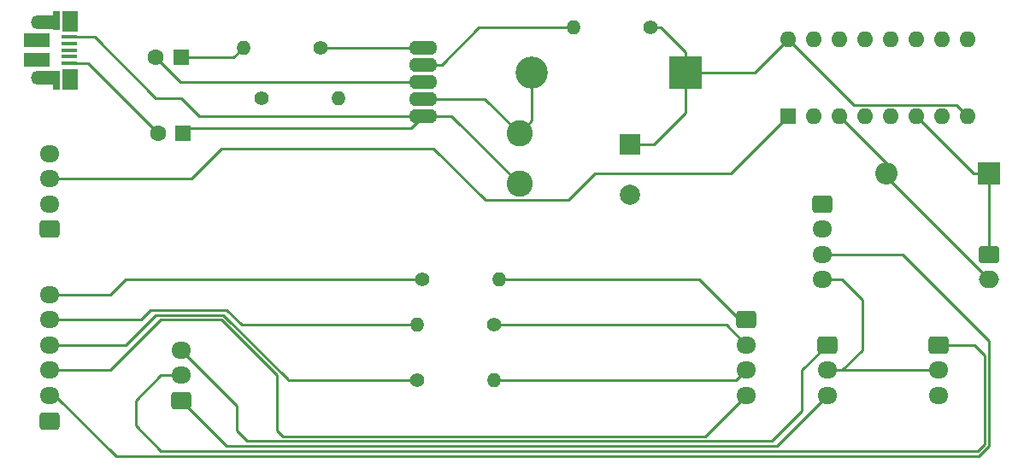
<source format=gbr>
%TF.GenerationSoftware,KiCad,Pcbnew,8.0.1*%
%TF.CreationDate,2024-03-22T20:00:45-04:00*%
%TF.ProjectId,PowerBoost_PCB,506f7765-7242-46f6-9f73-745f5043422e,rev?*%
%TF.SameCoordinates,Original*%
%TF.FileFunction,Copper,L1,Top*%
%TF.FilePolarity,Positive*%
%FSLAX46Y46*%
G04 Gerber Fmt 4.6, Leading zero omitted, Abs format (unit mm)*
G04 Created by KiCad (PCBNEW 8.0.1) date 2024-03-22 20:00:45*
%MOMM*%
%LPD*%
G01*
G04 APERTURE LIST*
G04 Aperture macros list*
%AMRoundRect*
0 Rectangle with rounded corners*
0 $1 Rounding radius*
0 $2 $3 $4 $5 $6 $7 $8 $9 X,Y pos of 4 corners*
0 Add a 4 corners polygon primitive as box body*
4,1,4,$2,$3,$4,$5,$6,$7,$8,$9,$2,$3,0*
0 Add four circle primitives for the rounded corners*
1,1,$1+$1,$2,$3*
1,1,$1+$1,$4,$5*
1,1,$1+$1,$6,$7*
1,1,$1+$1,$8,$9*
0 Add four rect primitives between the rounded corners*
20,1,$1+$1,$2,$3,$4,$5,0*
20,1,$1+$1,$4,$5,$6,$7,0*
20,1,$1+$1,$6,$7,$8,$9,0*
20,1,$1+$1,$8,$9,$2,$3,0*%
G04 Aperture macros list end*
%TA.AperFunction,ComponentPad*%
%ADD10RoundRect,0.250000X0.725000X-0.600000X0.725000X0.600000X-0.725000X0.600000X-0.725000X-0.600000X0*%
%TD*%
%TA.AperFunction,ComponentPad*%
%ADD11O,1.950000X1.700000*%
%TD*%
%TA.AperFunction,ComponentPad*%
%ADD12C,2.600000*%
%TD*%
%TA.AperFunction,ComponentPad*%
%ADD13R,1.600000X1.600000*%
%TD*%
%TA.AperFunction,ComponentPad*%
%ADD14C,1.600000*%
%TD*%
%TA.AperFunction,ComponentPad*%
%ADD15R,3.200000X3.200000*%
%TD*%
%TA.AperFunction,ComponentPad*%
%ADD16O,3.200000X3.200000*%
%TD*%
%TA.AperFunction,ComponentPad*%
%ADD17R,2.200000X2.200000*%
%TD*%
%TA.AperFunction,ComponentPad*%
%ADD18O,2.200000X2.200000*%
%TD*%
%TA.AperFunction,ComponentPad*%
%ADD19C,1.400000*%
%TD*%
%TA.AperFunction,ComponentPad*%
%ADD20O,1.400000X1.400000*%
%TD*%
%TA.AperFunction,SMDPad,CuDef*%
%ADD21R,0.700000X1.825000*%
%TD*%
%TA.AperFunction,SMDPad,CuDef*%
%ADD22R,1.500000X2.000000*%
%TD*%
%TA.AperFunction,SMDPad,CuDef*%
%ADD23R,2.000000X1.350000*%
%TD*%
%TA.AperFunction,ComponentPad*%
%ADD24O,1.700000X1.350000*%
%TD*%
%TA.AperFunction,ComponentPad*%
%ADD25O,1.500000X1.100000*%
%TD*%
%TA.AperFunction,SMDPad,CuDef*%
%ADD26R,2.500000X1.430000*%
%TD*%
%TA.AperFunction,SMDPad,CuDef*%
%ADD27R,1.650000X0.400000*%
%TD*%
%TA.AperFunction,ComponentPad*%
%ADD28RoundRect,0.250000X-0.725000X0.600000X-0.725000X-0.600000X0.725000X-0.600000X0.725000X0.600000X0*%
%TD*%
%TA.AperFunction,ComponentPad*%
%ADD29R,2.000000X2.000000*%
%TD*%
%TA.AperFunction,ComponentPad*%
%ADD30C,2.000000*%
%TD*%
%TA.AperFunction,ComponentPad*%
%ADD31O,2.800000X1.400000*%
%TD*%
%TA.AperFunction,ComponentPad*%
%ADD32O,1.600000X1.600000*%
%TD*%
%TA.AperFunction,ComponentPad*%
%ADD33RoundRect,0.250000X-0.750000X0.600000X-0.750000X-0.600000X0.750000X-0.600000X0.750000X0.600000X0*%
%TD*%
%TA.AperFunction,ComponentPad*%
%ADD34O,2.000000X1.700000*%
%TD*%
%TA.AperFunction,Conductor*%
%ADD35C,0.250000*%
%TD*%
G04 APERTURE END LIST*
D10*
%TO.P,GPIOSOLENOID1,1,Pin_1*%
%TO.N,Net-(GPIOSOLENOID1-Pin_1)*%
X28000000Y-44000000D03*
D11*
%TO.P,GPIOSOLENOID1,2,Pin_2*%
%TO.N,Net-(GPIOSOLENOID1-Pin_2)*%
X28000000Y-41500000D03*
%TO.P,GPIOSOLENOID1,3,Pin_3*%
%TO.N,Net-(GPIOSOLENOID1-Pin_3)*%
X28000000Y-39000000D03*
%TO.P,GPIOSOLENOID1,4,Pin_4*%
%TO.N,GND*%
X28000000Y-36500000D03*
%TD*%
D12*
%TO.P,L1,1,1*%
%TO.N,+5V*%
X74500000Y-39500000D03*
%TO.P,L1,2,2*%
%TO.N,Net-(D1-A)*%
X74500000Y-34500000D03*
%TD*%
D10*
%TO.P,GPIOSERVO1,1,Pin_1*%
%TO.N,GND*%
X41000000Y-61000000D03*
D11*
%TO.P,GPIOSERVO1,2,Pin_2*%
%TO.N,Net-(GPIOSERVO1-Pin_2)*%
X41000000Y-58500000D03*
%TO.P,GPIOSERVO1,3,Pin_3*%
%TO.N,Net-(GPIOSERVO1-Pin_3)*%
X41000000Y-56000000D03*
%TD*%
D13*
%TO.P,C2,1*%
%TO.N,+5V*%
X41205113Y-34500000D03*
D14*
%TO.P,C2,2*%
%TO.N,GND*%
X38705113Y-34500000D03*
%TD*%
D15*
%TO.P,D1,1,K*%
%TO.N,+12V*%
X91000000Y-28500000D03*
D16*
%TO.P,D1,2,A*%
%TO.N,Net-(D1-A)*%
X75760000Y-28500000D03*
%TD*%
D17*
%TO.P,D2,1,K*%
%TO.N,Net-(D2-K)*%
X121000000Y-38500000D03*
D18*
%TO.P,D2,2,A*%
%TO.N,Net-(D2-A)*%
X110840000Y-38500000D03*
%TD*%
D19*
%TO.P,R6,1*%
%TO.N,Net-(GPIOINPUT1-Pin_4)*%
X64380000Y-59000000D03*
D20*
%TO.P,R6,2*%
%TO.N,Net-(RGBLED1-Pin_3)*%
X72000000Y-59000000D03*
%TD*%
D21*
%TO.P,J4,6,Shield*%
%TO.N,unconnected-(J4-Shield-Pad6)*%
X28680000Y-29270000D03*
D22*
X30000000Y-29170000D03*
D23*
X27930000Y-29020000D03*
D24*
X27000000Y-29000000D03*
D25*
X30000000Y-28690000D03*
D26*
X26730000Y-27230000D03*
X26730000Y-25310000D03*
D25*
X30000000Y-23850000D03*
D24*
X27000000Y-23540000D03*
D23*
X27930000Y-23540000D03*
D22*
X29980000Y-23420000D03*
D21*
X28680000Y-23320000D03*
D27*
%TO.P,J4,5,GND*%
%TO.N,GND*%
X29880000Y-27570000D03*
%TO.P,J4,4,ID*%
%TO.N,unconnected-(J4-ID-Pad4)*%
X29880000Y-26920000D03*
%TO.P,J4,3,D+*%
%TO.N,unconnected-(J4-D+-Pad3)*%
X29880000Y-26270000D03*
%TO.P,J4,2,D-*%
%TO.N,unconnected-(J4-D--Pad2)*%
X29880000Y-25620000D03*
%TO.P,J4,1,VBUS*%
%TO.N,+5V*%
X29880000Y-24970000D03*
%TD*%
D13*
%TO.P,C1,1*%
%TO.N,Net-(C1-Pad1)*%
X41000000Y-27000000D03*
D14*
%TO.P,C1,2*%
%TO.N,GND*%
X38500000Y-27000000D03*
%TD*%
D19*
%TO.P,R5,1*%
%TO.N,Net-(RGBLED1-Pin_2)*%
X72000000Y-53500000D03*
D20*
%TO.P,R5,2*%
%TO.N,Net-(GPIOINPUT1-Pin_5)*%
X64380000Y-53500000D03*
%TD*%
D28*
%TO.P,UltrasonicSensor1,1,Pin_1*%
%TO.N,GND*%
X104500000Y-41500000D03*
D11*
%TO.P,UltrasonicSensor1,2,Pin_2*%
%TO.N,Net-(GPIOINPUT1-Pin_1)*%
X104500000Y-44000000D03*
%TO.P,UltrasonicSensor1,3,Pin_3*%
%TO.N,Net-(GPIOINPUT1-Pin_2)*%
X104500000Y-46500000D03*
%TO.P,UltrasonicSensor1,4,Pin_4*%
%TO.N,+5V*%
X104500000Y-49000000D03*
%TD*%
D28*
%TO.P,Servo1,1,Pin_1*%
%TO.N,Net-(GPIOSERVO1-Pin_2)*%
X116000000Y-55500000D03*
D11*
%TO.P,Servo1,2,Pin_2*%
%TO.N,+5V*%
X116000000Y-58000000D03*
%TO.P,Servo1,3,Pin_3*%
%TO.N,GND*%
X116000000Y-60500000D03*
%TD*%
D19*
%TO.P,R3,1*%
%TO.N,Net-(U1-COMP)*%
X54810000Y-26000000D03*
D20*
%TO.P,R3,2*%
%TO.N,Net-(C1-Pad1)*%
X47190000Y-26000000D03*
%TD*%
D10*
%TO.P,GPIOINPUT1,1,Pin_1*%
%TO.N,Net-(GPIOINPUT1-Pin_1)*%
X28000000Y-63000000D03*
D11*
%TO.P,GPIOINPUT1,2,Pin_2*%
%TO.N,Net-(GPIOINPUT1-Pin_2)*%
X28000000Y-60500000D03*
%TO.P,GPIOINPUT1,3,Pin_3*%
%TO.N,Net-(GPIOINPUT1-Pin_3)*%
X28000000Y-58000000D03*
%TO.P,GPIOINPUT1,4,Pin_4*%
%TO.N,Net-(GPIOINPUT1-Pin_4)*%
X28000000Y-55500000D03*
%TO.P,GPIOINPUT1,5,Pin_5*%
%TO.N,Net-(GPIOINPUT1-Pin_5)*%
X28000000Y-53000000D03*
%TO.P,GPIOINPUT1,6,Pin_6*%
%TO.N,Net-(GPIOINPUT1-Pin_6)*%
X28000000Y-50500000D03*
%TD*%
D28*
%TO.P,Servo2,1,Pin_1*%
%TO.N,Net-(GPIOSERVO1-Pin_3)*%
X105000000Y-55500000D03*
D11*
%TO.P,Servo2,2,Pin_2*%
%TO.N,+5V*%
X105000000Y-58000000D03*
%TO.P,Servo2,3,Pin_3*%
%TO.N,GND*%
X105000000Y-60500000D03*
%TD*%
D29*
%TO.P,C3,1*%
%TO.N,+12V*%
X85500000Y-35632323D03*
D30*
%TO.P,C3,2*%
%TO.N,GND*%
X85500000Y-40632323D03*
%TD*%
D28*
%TO.P,RGBLED1,1,Pin_1*%
%TO.N,Net-(RGBLED1-Pin_1)*%
X97000000Y-53000000D03*
D11*
%TO.P,RGBLED1,2,Pin_2*%
%TO.N,Net-(RGBLED1-Pin_2)*%
X97000000Y-55500000D03*
%TO.P,RGBLED1,3,Pin_3*%
%TO.N,Net-(RGBLED1-Pin_3)*%
X97000000Y-58000000D03*
%TO.P,RGBLED1,4,Pin_4*%
%TO.N,Net-(GPIOINPUT1-Pin_3)*%
X97000000Y-60500000D03*
%TD*%
D31*
%TO.P,U1,1,COMP*%
%TO.N,Net-(U1-COMP)*%
X65000000Y-26000000D03*
%TO.P,U1,2,FEEDBACK*%
%TO.N,Net-(U1-FEEDBACK)*%
X65000000Y-27700000D03*
%TO.P,U1,3,GROUND*%
%TO.N,GND*%
X65000000Y-29400000D03*
%TO.P,U1,4,SWITCH*%
%TO.N,Net-(D1-A)*%
X65000000Y-31100000D03*
%TO.P,U1,5,VIN*%
%TO.N,+5V*%
X65000000Y-32800000D03*
%TD*%
D19*
%TO.P,R1,1*%
%TO.N,+12V*%
X87500000Y-24000000D03*
D20*
%TO.P,R1,2*%
%TO.N,Net-(U1-FEEDBACK)*%
X79880000Y-24000000D03*
%TD*%
D19*
%TO.P,R2,1*%
%TO.N,Net-(U1-FEEDBACK)*%
X49000000Y-31000000D03*
D20*
%TO.P,R2,2*%
%TO.N,GND*%
X56620000Y-31000000D03*
%TD*%
D13*
%TO.P,U2,1,EN1\u002C2*%
%TO.N,Net-(GPIOSOLENOID1-Pin_3)*%
X101125000Y-32800000D03*
D32*
%TO.P,U2,2,1A*%
%TO.N,Net-(GPIOSOLENOID1-Pin_1)*%
X103665000Y-32800000D03*
%TO.P,U2,3,1Y*%
%TO.N,Net-(D2-A)*%
X106205000Y-32800000D03*
%TO.P,U2,4,GND*%
%TO.N,GND*%
X108745000Y-32800000D03*
%TO.P,U2,5,GND*%
X111285000Y-32800000D03*
%TO.P,U2,6,2Y*%
%TO.N,Net-(D2-K)*%
X113825000Y-32800000D03*
%TO.P,U2,7,2A*%
%TO.N,Net-(GPIOSOLENOID1-Pin_2)*%
X116365000Y-32800000D03*
%TO.P,U2,8,VCC2*%
%TO.N,+12V*%
X118905000Y-32800000D03*
%TO.P,U2,9,EN3\u002C4*%
%TO.N,GND*%
X118905000Y-25180000D03*
%TO.P,U2,10,3A*%
X116365000Y-25180000D03*
%TO.P,U2,11,3Y*%
X113825000Y-25180000D03*
%TO.P,U2,12,GND*%
X111285000Y-25180000D03*
%TO.P,U2,13,GND*%
X108745000Y-25180000D03*
%TO.P,U2,14,4Y*%
X106205000Y-25180000D03*
%TO.P,U2,15,4A*%
X103665000Y-25180000D03*
%TO.P,U2,16,VCC1*%
%TO.N,+12V*%
X101125000Y-25180000D03*
%TD*%
D19*
%TO.P,R4,1*%
%TO.N,Net-(GPIOINPUT1-Pin_6)*%
X64880000Y-49000000D03*
D20*
%TO.P,R4,2*%
%TO.N,Net-(RGBLED1-Pin_1)*%
X72500000Y-49000000D03*
%TD*%
D33*
%TO.P,SOLENOID1,1,Pin_1*%
%TO.N,Net-(D2-K)*%
X121000000Y-46500000D03*
D34*
%TO.P,SOLENOID1,2,Pin_2*%
%TO.N,Net-(D2-A)*%
X121000000Y-49000000D03*
%TD*%
D35*
%TO.N,GND*%
X38705113Y-34500000D02*
X31775113Y-27570000D01*
X31775113Y-27570000D02*
X29880000Y-27570000D01*
%TO.N,+5V*%
X65000000Y-32800000D02*
X42800000Y-32800000D01*
X42800000Y-32800000D02*
X41000000Y-31000000D01*
X41000000Y-31000000D02*
X38500000Y-31000000D01*
X38500000Y-31000000D02*
X32470000Y-24970000D01*
X32470000Y-24970000D02*
X29880000Y-24970000D01*
X105000000Y-58000000D02*
X106500000Y-58000000D01*
X108500000Y-56000000D02*
X108500000Y-51000000D01*
X106500000Y-58000000D02*
X108500000Y-56000000D01*
X108500000Y-51000000D02*
X106500000Y-49000000D01*
X106500000Y-49000000D02*
X104500000Y-49000000D01*
X105000000Y-58000000D02*
X116000000Y-58000000D01*
%TO.N,+12V*%
X91000000Y-28500000D02*
X91000000Y-26500000D01*
X118905000Y-32800000D02*
X117780000Y-31675000D01*
X91000000Y-28500000D02*
X97805000Y-28500000D01*
X85500000Y-35632323D02*
X87867677Y-35632323D01*
X97805000Y-28500000D02*
X101125000Y-25180000D01*
X87867677Y-35632323D02*
X91000000Y-32500000D01*
X88500000Y-24000000D02*
X87500000Y-24000000D01*
X117780000Y-31675000D02*
X107620000Y-31675000D01*
X107620000Y-31675000D02*
X101125000Y-25180000D01*
X91000000Y-32500000D02*
X91000000Y-28500000D01*
X91000000Y-26500000D02*
X88500000Y-24000000D01*
%TO.N,Net-(D1-A)*%
X71100000Y-31100000D02*
X65000000Y-31100000D01*
X75760000Y-28500000D02*
X75760000Y-33240000D01*
X74500000Y-34500000D02*
X71100000Y-31100000D01*
X75760000Y-33240000D02*
X74500000Y-34500000D01*
%TO.N,Net-(C1-Pad1)*%
X41000000Y-27000000D02*
X46190000Y-27000000D01*
X46190000Y-27000000D02*
X47190000Y-26000000D01*
%TO.N,+5V*%
X63800000Y-34000000D02*
X65000000Y-32800000D01*
X67800000Y-32800000D02*
X74500000Y-39500000D01*
X65000000Y-32800000D02*
X67800000Y-32800000D01*
X41705113Y-34000000D02*
X63800000Y-34000000D01*
%TO.N,Net-(U1-FEEDBACK)*%
X66800000Y-27700000D02*
X65000000Y-27700000D01*
X70500000Y-24000000D02*
X79880000Y-24000000D01*
X70500000Y-24000000D02*
X66800000Y-27700000D01*
%TO.N,Net-(U1-COMP)*%
X54810000Y-26000000D02*
X65000000Y-26000000D01*
%TO.N,GND*%
X100000000Y-65500000D02*
X105000000Y-60500000D01*
X45500000Y-65500000D02*
X100000000Y-65500000D01*
X40900000Y-29400000D02*
X38500000Y-27000000D01*
X41000000Y-61000000D02*
X45500000Y-65500000D01*
X65000000Y-29400000D02*
X40900000Y-29400000D01*
%TO.N,Net-(D2-K)*%
X121000000Y-38500000D02*
X119525000Y-38500000D01*
X121000000Y-46500000D02*
X121000000Y-38500000D01*
X119525000Y-38500000D02*
X113825000Y-32800000D01*
%TO.N,Net-(D2-A)*%
X110840000Y-37435000D02*
X110840000Y-38500000D01*
X110840000Y-38500000D02*
X110840000Y-38840000D01*
X106205000Y-32800000D02*
X110840000Y-37435000D01*
X110840000Y-38840000D02*
X121000000Y-49000000D01*
%TO.N,Net-(GPIOSOLENOID1-Pin_3)*%
X45000000Y-36000000D02*
X66000000Y-36000000D01*
X95425000Y-38500000D02*
X101125000Y-32800000D01*
X82000000Y-38500000D02*
X95425000Y-38500000D01*
X71125000Y-41125000D02*
X79375000Y-41125000D01*
X28000000Y-39000000D02*
X42000000Y-39000000D01*
X66000000Y-36000000D02*
X71125000Y-41125000D01*
X79375000Y-41125000D02*
X82000000Y-38500000D01*
X42000000Y-39000000D02*
X45000000Y-36000000D01*
%TO.N,Net-(RGBLED1-Pin_2)*%
X72000000Y-53500000D02*
X95000000Y-53500000D01*
X95000000Y-53500000D02*
X97000000Y-55500000D01*
%TO.N,Net-(RGBLED1-Pin_1)*%
X92286701Y-49000000D02*
X96286701Y-53000000D01*
X72500000Y-49000000D02*
X92286701Y-49000000D01*
X96286701Y-53000000D02*
X97000000Y-53000000D01*
%TO.N,Net-(GPIOINPUT1-Pin_2)*%
X121050000Y-55050000D02*
X121050000Y-65500000D01*
X120000000Y-66550000D02*
X34550000Y-66550000D01*
X112500000Y-46500000D02*
X121050000Y-55050000D01*
X104500000Y-46500000D02*
X112500000Y-46500000D01*
X121050000Y-65500000D02*
X120000000Y-66550000D01*
X28500000Y-60500000D02*
X28000000Y-60500000D01*
X34550000Y-66550000D02*
X28500000Y-60500000D01*
%TO.N,Net-(GPIOINPUT1-Pin_3)*%
X45000000Y-53000000D02*
X50500000Y-58500000D01*
X34000000Y-58000000D02*
X39000000Y-53000000D01*
X50500000Y-64000000D02*
X51050000Y-64550000D01*
X50500000Y-58500000D02*
X50500000Y-64000000D01*
X92950000Y-64550000D02*
X97000000Y-60500000D01*
X28000000Y-58000000D02*
X34000000Y-58000000D01*
X51050000Y-64550000D02*
X92950000Y-64550000D01*
X39000000Y-53000000D02*
X45000000Y-53000000D01*
%TO.N,Net-(GPIOINPUT1-Pin_4)*%
X64380000Y-59000000D02*
X51636396Y-59000000D01*
X51636396Y-59000000D02*
X51568198Y-58931802D01*
X38500000Y-52500000D02*
X45136396Y-52500000D01*
X45136396Y-52500000D02*
X51568198Y-58931802D01*
X28000000Y-55500000D02*
X35500000Y-55500000D01*
X35500000Y-55500000D02*
X38500000Y-52500000D01*
%TO.N,Net-(GPIOINPUT1-Pin_5)*%
X47000000Y-53500000D02*
X64380000Y-53500000D01*
X38000000Y-52000000D02*
X45500000Y-52000000D01*
X28000000Y-53000000D02*
X37000000Y-53000000D01*
X37000000Y-53000000D02*
X38000000Y-52000000D01*
X45500000Y-52000000D02*
X47000000Y-53500000D01*
%TO.N,Net-(GPIOINPUT1-Pin_6)*%
X35500000Y-49000000D02*
X34000000Y-50500000D01*
X64880000Y-49000000D02*
X35500000Y-49000000D01*
X28000000Y-50500000D02*
X34000000Y-50500000D01*
%TO.N,Net-(GPIOSERVO1-Pin_2)*%
X120600000Y-56500000D02*
X120600000Y-65313604D01*
X36500000Y-61000000D02*
X39000000Y-58500000D01*
X119913604Y-66000000D02*
X39000000Y-66000000D01*
X39000000Y-58500000D02*
X41000000Y-58500000D01*
X119600000Y-55500000D02*
X120600000Y-56500000D01*
X39000000Y-66000000D02*
X36500000Y-63500000D01*
X36500000Y-63500000D02*
X36500000Y-61000000D01*
X116000000Y-55500000D02*
X119600000Y-55500000D01*
X120600000Y-65313604D02*
X119913604Y-66000000D01*
%TO.N,Net-(GPIOSERVO1-Pin_3)*%
X102500000Y-58000000D02*
X105000000Y-55500000D01*
X47500000Y-65000000D02*
X99500000Y-65000000D01*
X46500000Y-64000000D02*
X47500000Y-65000000D01*
X99500000Y-65000000D02*
X102500000Y-62000000D01*
X102500000Y-62000000D02*
X102500000Y-58000000D01*
X46500000Y-61500000D02*
X46500000Y-64000000D01*
X41000000Y-56000000D02*
X46500000Y-61500000D01*
%TO.N,Net-(RGBLED1-Pin_3)*%
X72000000Y-59000000D02*
X96000000Y-59000000D01*
X96000000Y-59000000D02*
X97000000Y-58000000D01*
%TD*%
M02*

</source>
